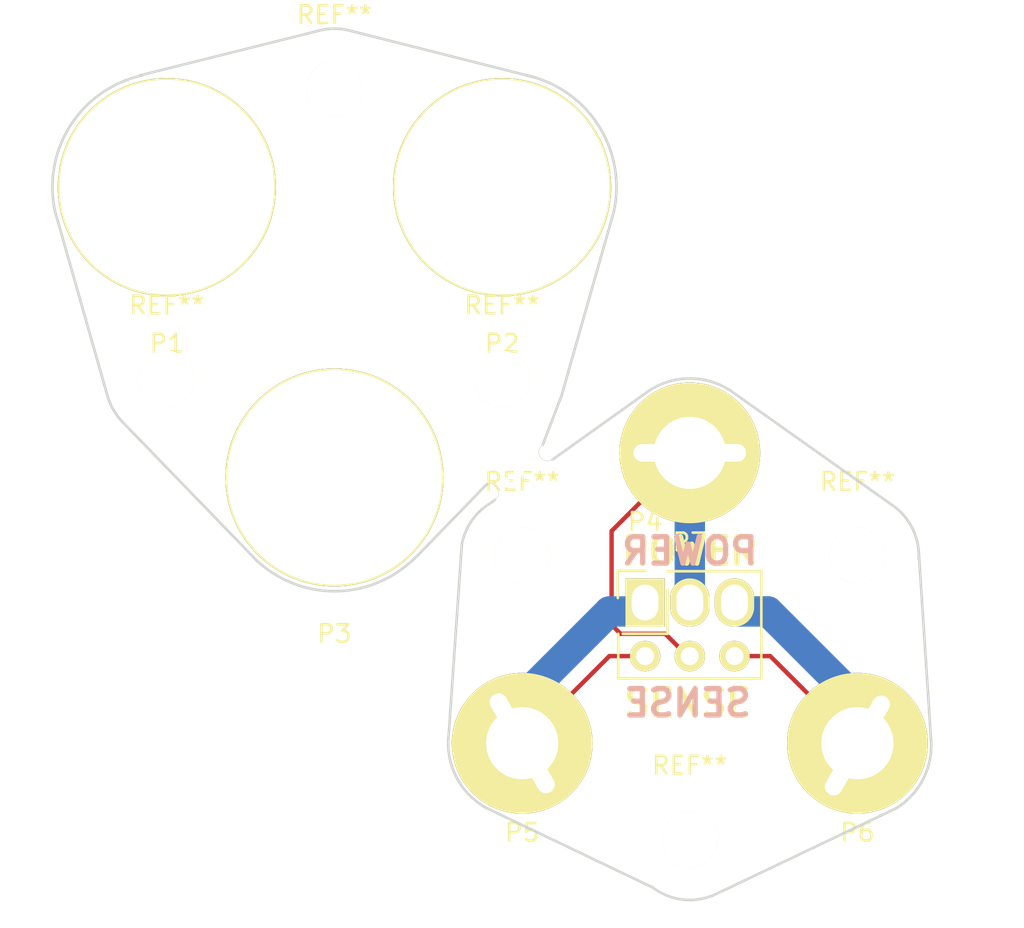
<source format=kicad_pcb>
(kicad_pcb (version 20221018) (generator pcbnew)
  (layers (0 "F.Cu" signal) (31 "B.Cu" signal) (34 "B.Paste" user) (35 "F.Paste" user) (36 "B.SilkS" user "B.Silkscreen") (37 "F.SilkS" user "F.Silkscreen") (38 "B.Mask" user) (39 "F.Mask" user) (44 "Edge.Cuts" user))
  (net 0 "")
  (net 1 "Net-(P1-Pad1)")
  (net 2 "Net-(P2-Pad1)")
  (net 3 "Net-(P3-Pad1)")
  (net 4 "Net-(P10-Pad1)")
  (net 5 "Net-(P4-Pad1)")
  (net 6 "Net-(P4-Pad5)")
  (footprint "Connectors:Banana_Socket_Shrouded_Multi-Conntact_SLB4" (layer "F.Cu") (at 56.515 59.182)
    (fp_text reference "P1" (at 0 8.89) (layer "F.SilkS"))
    (fp_text value "CONN_01X01")
    (pad "1" thru_hole circle (at 0 0) (size 12.4 12.4) (drill 12.2) (layers "*.Cu" "*.Mask" "F.SilkS") (net 1 "Net-(P1-Pad1)"))
  )
  (footprint "Connectors:Banana_Socket_Shrouded_Multi-Conntact_SLB4" (layer "F.Cu") (at 75.565 59.182)
    (fp_text reference "P2" (at 0 8.89) (layer "F.SilkS"))
    (fp_text value "CONN_01X01")
    (pad "1" thru_hole circle (at 0 0) (size 12.4 12.4) (drill 12.2) (layers "*.Cu" "*.Mask" "F.SilkS") (net 2 "Net-(P2-Pad1)"))
  )
  (footprint "Connectors:Banana_Socket_Shrouded_Multi-Conntact_SLB4" (layer "F.Cu") (at 66.04 75.692)
    (fp_text reference "P3" (at 0 8.89) (layer "F.SilkS"))
    (fp_text value "CONN_01X01")
    (pad "1" thru_hole circle (at 0 0) (size 12.4 12.4) (drill 12.2) (layers "*.Cu" "*.Mask" "F.SilkS") (net 3 "Net-(P3-Pad1)"))
  )
  (footprint "Connectors:Banana_Plug_Friction_Fit" (layer "F.Cu") (at 76.708 90.805)
    (fp_text reference "P5" (at 0 5.08) (layer "F.SilkS"))
    (fp_text value "CONN_01X01")
    (pad "1" thru_hole circle (at 0 0) (size 8 8) (drill 4.09956) (layers "*.Cu" "*.Mask" "F.SilkS") (net 5 "Net-(P4-Pad1)"))
  )
  (footprint "Connectors:Banana_Plug_Friction_Fit" (layer "F.Cu") (at 95.758 90.805)
    (fp_text reference "P6" (at 0 5.08) (layer "F.SilkS"))
    (fp_text value "CONN_01X01")
    (pad "1" thru_hole circle (at 0 0) (size 8 8) (drill 4.09956) (layers "*.Cu" "*.Mask" "F.SilkS") (net 6 "Net-(P4-Pad5)"))
  )
  (footprint "Connectors:Banana_Plug_Friction_Fit" (layer "F.Cu") (at 86.233 74.295)
    (fp_text reference "P7" (at 0 5.08) (layer "F.SilkS"))
    (fp_text value "CONN_01X01")
    (pad "1" thru_hole circle (at 0 0) (size 8 8) (drill 4.09956) (layers "*.Cu" "*.Mask" "F.SilkS") (net 4 "Net-(P10-Pad1)"))
  )
  (footprint "Connectors:Spade_6.3mm" (layer "F.Cu") (at 76.708 90.805 -60)
    (fp_text reference "P8" (at 0 2.54 300) (layer "F.SilkS"))
    (fp_text value "CONN_01X01")
    (pad "1" thru_hole oval (at 0 0 300) (size 7 1.6) (drill oval 6.4 1) (layers "*.Cu" "*.Mask" "F.SilkS") (net 5 "Net-(P4-Pad1)"))
  )
  (footprint "Connectors:Spade_6.3mm" (layer "F.Cu") (at 95.758 90.932 60)
    (fp_text reference "P9" (at 0 2.54 60) (layer "F.SilkS"))
    (fp_text value "CONN_01X01")
    (pad "1" thru_hole oval (at 0 0 60) (size 7 1.6) (drill oval 6.4 1) (layers "*.Cu" "*.Mask" "F.SilkS") (net 6 "Net-(P4-Pad5)"))
  )
  (footprint "Connectors:Spade_6.3mm" (layer "F.Cu") (at 86.233 74.295)
    (fp_text reference "P10" (at 0 2.54) (layer "F.SilkS"))
    (fp_text value "CONN_01X01")
    (pad "1" thru_hole oval (at 0 0) (size 7 1.6) (drill oval 6.4 1) (layers "*.Cu" "*.Mask" "F.SilkS") (net 4 "Net-(P10-Pad1)"))
  )
  (footprint "Mounting_Holes:MountingHole_3.2mm_M3" (layer "F.Cu") (at 95.758 80.137)
    (fp_text reference "REF**" (at 0 -4.2) (layer "F.SilkS"))
    (fp_text value "MountingHole_3.2mm_M3")
    (pad "" np_thru_hole circle (at 0 0) (size 3.2 3.2) (drill 3.2) (layers "*.Cu" "*.Mask" "F.SilkS"))
  )
  (footprint "Mounting_Holes:MountingHole_3.2mm_M3" (layer "F.Cu") (at 76.708 80.137)
    (fp_text reference "REF**" (at 0 -4.2) (layer "F.SilkS"))
    (fp_text value "MountingHole_3.2mm_M3")
    (pad "" np_thru_hole circle (at 0 0) (size 3.2 3.2) (drill 3.2) (layers "*.Cu" "*.Mask" "F.SilkS"))
  )
  (footprint "Mounting_Holes:MountingHole_3.2mm_M3" (layer "F.Cu") (at 86.233 96.266)
    (fp_text reference "REF**" (at 0 -4.2) (layer "F.SilkS"))
    (fp_text value "MountingHole_3.2mm_M3")
    (pad "" np_thru_hole circle (at 0 0) (size 3.2 3.2) (drill 3.2) (layers "*.Cu" "*.Mask" "F.SilkS"))
  )
  (footprint "Mounting_Holes:MountingHole_3.2mm_M3" (layer "F.Cu") (at 66.04 53.594)
    (fp_text reference "REF**" (at 0 -4.2) (layer "F.SilkS"))
    (fp_text value "MountingHole_3.2mm_M3")
    (pad "" np_thru_hole circle (at 0 0) (size 3.2 3.2) (drill 3.2) (layers "*.Cu" "*.Mask" "F.SilkS"))
  )
  (footprint "Mounting_Holes:MountingHole_3.2mm_M3" (layer "F.Cu") (at 56.515 70.104)
    (fp_text reference "REF**" (at 0 -4.2) (layer "F.SilkS"))
    (fp_text value "MountingHole_3.2mm_M3")
    (pad "" np_thru_hole circle (at 0 0) (size 3.2 3.2) (drill 3.2) (layers "*.Cu" "*.Mask" "F.SilkS"))
  )
  (footprint "Mounting_Holes:MountingHole_3.2mm_M3" (layer "F.Cu") (at 75.565 70.104)
    (fp_text reference "REF**" (at 0 -4.2) (layer "F.SilkS"))
    (fp_text value "MountingHole_3.2mm_M3")
    (pad "" np_thru_hole circle (at 0 0) (size 3.2 3.2) (drill 3.2) (layers "*.Cu" "*.Mask" "F.SilkS"))
  )
  (footprint "Socket_Strips:Socket_Strip_Straight_2x03" (layer "F.Cu") (at 83.693 83.312)
    (fp_text reference "P4" (at 0 -5.1) (layer "F.SilkS"))
    (fp_text value "CONN_02X03")
    (fp_line (start -1.55 -2.312) (end -1.55 -0.762) (stroke (width 0.15)) (layer "F.SilkS"))
    (fp_line (start -1.55 -2.312) (end 0 -2.312) (stroke (width 0.15)) (layer "F.SilkS"))
    (fp_line (start -1.524 3.81) (end -1.524 1.27) (stroke (width 0.15)) (layer "F.SilkS"))
    (fp_line (start -1.27 1.27) (end 1.27 1.27) (stroke (width 0.15)) (layer "F.SilkS"))
    (fp_line (start -1.27 3.81) (end -1.524 3.81) (stroke (width 0.15)) (layer "F.SilkS"))
    (fp_line (start 1.27 1.27) (end 1.27 -1.27) (stroke (width 0.15)) (layer "F.SilkS"))
    (fp_line (start 1.27 3.81) (end -1.27 3.81) (stroke (width 0.15)) (layer "F.SilkS"))
    (fp_line (start 6.35 -2.286) (end 1.27 -2.286) (stroke (width 0.15)) (layer "F.SilkS"))
    (fp_line (start 6.35 3.81) (end 1.27 3.81) (stroke (width 0.15)) (layer "F.SilkS"))
    (fp_line (start 6.604 -2.286) (end 6.35 -2.286) (stroke (width 0.15)) (layer "F.SilkS"))
    (fp_line (start 6.604 -1.27) (end 6.604 -2.286) (stroke (width 0.15)) (layer "F.SilkS"))
    (fp_line (start 6.604 -1.27) (end 6.604 3.81) (stroke (width 0.15)) (layer "F.SilkS"))
    (fp_line (start 6.604 3.81) (end 6.35 3.81) (stroke (width 0.15)) (layer "F.SilkS"))
    (pad "1" thru_hole rect (at 0 -0.508) (size 2.2352 2.7432) (drill oval 1.524 2.032) (layers "*.Cu" "*.Mask" "F.SilkS") (net 5 "Net-(P4-Pad1)"))
    (pad "2" thru_hole oval (at 0 2.54) (size 1.7272 1.7272) (drill 1.016) (layers "*.Cu" "*.Mask" "F.SilkS") (net 5 "Net-(P4-Pad1)"))
    (pad "3" thru_hole oval (at 2.54 -0.508) (size 2.2352 2.7432) (drill oval 1.524 2.032) (layers "*.Cu" "*.Mask" "F.SilkS") (net 4 "Net-(P10-Pad1)"))
    (pad "4" thru_hole oval (at 2.54 2.54) (size 1.7272 1.7272) (drill 1.016) (layers "*.Cu" "*.Mask" "F.SilkS") (net 4 "Net-(P10-Pad1)"))
    (pad "5" thru_hole oval (at 5.08 -0.508) (size 2.2352 2.7432) (drill oval 1.524 2.032) (layers "*.Cu" "*.Mask" "F.SilkS") (net 6 "Net-(P4-Pad5)"))
    (pad "6" thru_hole oval (at 5.08 2.54) (size 1.7272 1.7272) (drill 1.016) (layers "*.Cu" "*.Mask" "F.SilkS") (net 6 "Net-(P4-Pad5)"))
  )
  (footprint "Misc:Mouse_Bites_3_1mm" (layer "F.Cu") (at 75.692 75.9714 35)
    (fp_text reference "Mouse_Bites_3_1mm" hide)
    (fp_text value "VAL**" hide)
    (fp_arc (start -1 -0.5) (mid -0.5 0) (end -1 0.5) (stroke (width 0.0254)) (layer "Edge.Cuts"))
    (fp_arc (start 3 0.5) (mid 2.5 0) (end 3 -0.5) (stroke (width 0.0254)) (layer "Edge.Cuts"))
    (pad "" np_thru_hole circle (at 0 0 35) (size 0.6 0.6) (drill 0.6) (layers "*.Cu" "*.Mask" "F.SilkS") (clearance 0.2))
    (pad "" np_thru_hole circle (at 1 0 35) (size 0.6 0.6) (drill 0.6) (layers "*.Cu" "*.Mask" "F.SilkS") (clearance 0.2))
    (pad "" np_thru_hole circle (at 2 0 35) (size 0.6 0.6) (drill 0.6) (layers "*.Cu" "*.Mask" "F.SilkS") (clearance 0.2))
  )
  (gr_arc (start 83.947 70.739) (mid 86.215645 70.067633) (end 88.489725 70.72035) (stroke (width 0.15)) (layer "Edge.Cuts"))
  (gr_line (start 77.8764 73.8378) (end 78.9432 71.0438) (stroke (width 0.15)) (layer "Edge.Cuts"))
  (gr_line (start 53.975 72.517) (end 61.595 80.391) (stroke (width 0.15)) (layer "Edge.Cuts"))
  (gr_line (start 72.517 90.551) (end 73.279 79.502) (stroke (width 0.15)) (layer "Edge.Cuts"))
  (gr_arc (start 99.949 90.7288) (mid 99.489112 92.851524) (end 98.029476 94.459912) (stroke (width 0.15)) (layer "Edge.Cuts"))
  (gr_arc (start 97.663 77.216) (mid 98.868278 78.55984) (end 99.24016 80.326278) (stroke (width 0.15)) (layer "Edge.Cuts"))
  (gr_line (start 77.47 52.959) (end 66.929 50.292) (stroke (width 0.15)) (layer "Edge.Cuts"))
  (gr_line (start 75.1586 76.962) (end 75.0062 77.089) (stroke (width 0.15)) (layer "Edge.Cuts"))
  (gr_arc (start 76.962 52.832) (mid 81.042956 55.6797) (end 81.915 60.579) (stroke (width 0.15)) (layer "Edge.Cuts"))
  (gr_line (start 78.9432 71.0438) (end 81.915 60.579) (stroke (width 0.15)) (layer "Edge.Cuts"))
  (gr_line (start 78.4352 74.676) (end 83.947 70.739) (stroke (width 0.15)) (layer "Edge.Cuts"))
  (gr_line (start 65.151 50.292) (end 54.991 52.832) (stroke (width 0.15)) (layer "Edge.Cuts"))
  (gr_line (start 98.044 94.4626) (end 87.757 99.3648) (stroke (width 0.15)) (layer "Edge.Cuts"))
  (gr_arc (start 73.279 79.502) (mid 73.868633 78.112336) (end 74.99032 77.102063) (stroke (width 0.15)) (layer "Edge.Cuts"))
  (gr_line (start 50.165 60.579) (end 53.086 70.866) (stroke (width 0.15)) (layer "Edge.Cuts"))
  (gr_arc (start 87.8078 99.3394) (mid 85.896189 99.700241) (end 84.090073 98.977463) (stroke (width 0.15)) (layer "Edge.Cuts"))
  (gr_arc (start 70.739 80.137) (mid 66.219605 82.157784) (end 61.595 80.391) (stroke (width 0.15)) (layer "Edge.Cuts"))
  (gr_arc (start 53.975 72.517) (mid 53.437018 71.777378) (end 53.108795 70.923719) (stroke (width 0.15)) (layer "Edge.Cuts"))
  (gr_line (start 88.519 70.739) (end 97.663 77.216) (stroke (width 0.15)) (layer "Edge.Cuts"))
  (gr_arc (start 74.676 94.488) (mid 73.015354 92.819418) (end 72.511308 90.519886) (stroke (width 0.15)) (layer "Edge.Cuts"))
  (gr_arc (start 65.151 50.292) (mid 66.035912 50.174423) (end 66.921103 50.289884) (stroke (width 0.15)) (layer "Edge.Cuts"))
  (gr_line (start 99.949 90.7288) (end 99.2378 79.8322) (stroke (width 0.15)) (layer "Edge.Cuts"))
  (gr_line (start 74.7014 76.073) (end 70.5866 80.3148) (stroke (width 0.15)) (layer "Edge.Cuts"))
  (gr_line (start 84.1248 99.0092) (end 74.6252 94.4626) (stroke (width 0.15)) (layer "Edge.Cuts"))
  (gr_arc (start 50.165 60.579) (mid 51.037044 55.6797) (end 55.118 52.832) (stroke (width 0.15)) (layer "Edge.Cuts"))
  (gr_text "POWER" (at 86.233 79.883) (layer "B.SilkS") (effects (font (size 1.5 1.5) (thickness 0.3)) (justify mirror)))
  (gr_text "SENSE" (at 86.106 88.519) (layer "B.SilkS") (effects (font (size 1.5 1.5) (thickness 0.3)) (justify mirror)))
  (gr_text "POWER" (at 86.233 79.883) (layer "F.SilkS") (effects (font (size 1.5 1.5) (thickness 0.3))))
  (gr_text "SENSE" (at 86.106 88.519) (layer "F.SilkS") (effects (font (size 1.5 1.5) (thickness 0.3))))
  (segment (start 87.503 75.565) (end 86.233 74.295) (width 0.25) (layer "F.Cu") (net 4))
  (segment (start 86.106 85.852) (end 84.836 84.582) (width 0.25) (layer "F.Cu") (net 4))
  (segment (start 84.836 84.582) (end 82.296 84.582) (width 0.25) (layer "F.Cu") (net 4))
  (segment (start 82.296 84.582) (end 81.788 84.074) (width 0.25) (layer "F.Cu") (net 4))
  (segment (start 81.788 84.074) (end 81.788 78.74) (width 0.25) (layer "F.Cu") (net 4))
  (segment (start 81.788 78.74) (end 86.233 74.295) (width 0.25) (layer "F.Cu") (net 4))
  (segment (start 86.233 85.852) (end 86.106 85.852) (width 0.25) (layer "F.Cu") (net 4))
  (segment (start 86.233 83.312) (end 86.233 74.295) (width 1.7272) (layer "B.Cu") (net 4))
  (segment (start 81.661 85.852) (end 76.708 90.805) (width 0.25) (layer "F.Cu") (net 5))
  (segment (start 83.693 85.852) (end 81.661 85.852) (width 0.25) (layer "F.Cu") (net 5))
  (segment (start 81.661 83.312) (end 76.708 88.265) (width 1.7272) (layer "B.Cu") (net 5))
  (segment (start 76.708 88.265) (end 76.708 90.805) (width 1.7272) (layer "B.Cu") (net 5))
  (segment (start 83.693 83.312) (end 81.661 83.312) (width 1.7272) (layer "B.Cu") (net 5))
  (segment (start 90.805 85.852) (end 95.758 90.805) (width 0.25) (layer "F.Cu") (net 6))
  (segment (start 88.773 85.852) (end 90.805 85.852) (width 0.25) (layer "F.Cu") (net 6))
  (segment (start 90.678 83.312) (end 95.758 88.392) (width 1.7272) (layer "B.Cu") (net 6))
  (segment (start 95.758 88.392) (end 95.758 90.805) (width 1.7272) (layer "B.Cu") (net 6))
  (segment (start 88.773 83.312) (end 90.678 83.312) (width 1.7272) (layer "B.Cu") (net 6))
)
</source>
